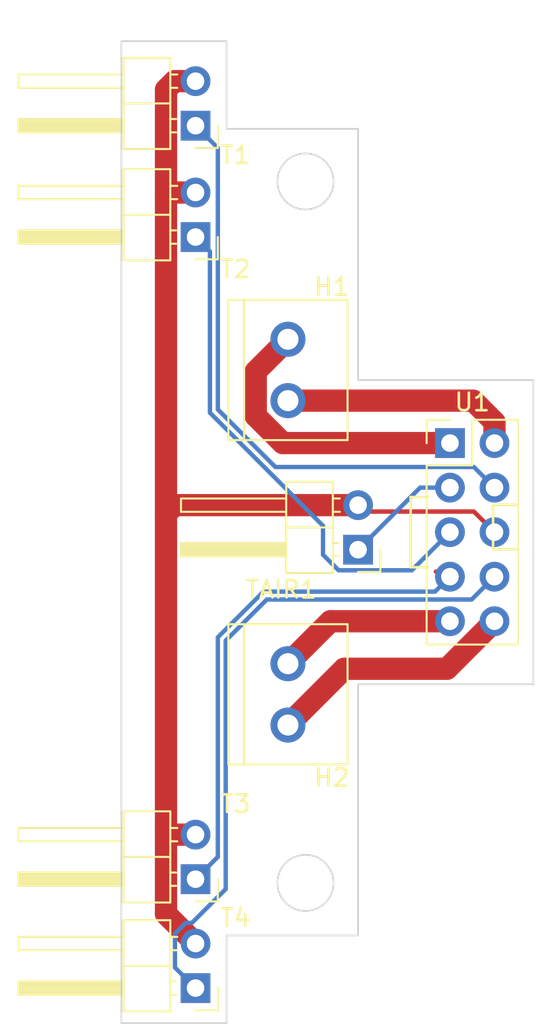
<source format=kicad_pcb>
(kicad_pcb (version 20171130) (host pcbnew "(5.1.6-0-10_14)")

  (general
    (thickness 1.6)
    (drawings 21)
    (tracks 58)
    (zones 0)
    (modules 8)
    (nets 11)
  )

  (page A4)
  (layers
    (0 F.Cu signal)
    (31 B.Cu signal)
    (32 B.Adhes user)
    (33 F.Adhes user)
    (34 B.Paste user)
    (35 F.Paste user)
    (36 B.SilkS user)
    (37 F.SilkS user)
    (38 B.Mask user)
    (39 F.Mask user)
    (40 Dwgs.User user)
    (41 Cmts.User user)
    (42 Eco1.User user)
    (43 Eco2.User user)
    (44 Edge.Cuts user)
    (45 Margin user)
    (46 B.CrtYd user)
    (47 F.CrtYd user)
    (48 B.Fab user)
    (49 F.Fab user)
  )

  (setup
    (last_trace_width 0.25)
    (user_trace_width 0.508)
    (user_trace_width 1.27)
    (trace_clearance 0.2)
    (zone_clearance 0.508)
    (zone_45_only no)
    (trace_min 0.2)
    (via_size 0.8)
    (via_drill 0.4)
    (via_min_size 0.4)
    (via_min_drill 0.3)
    (uvia_size 0.3)
    (uvia_drill 0.1)
    (uvias_allowed no)
    (uvia_min_size 0.2)
    (uvia_min_drill 0.1)
    (edge_width 0.1)
    (segment_width 0.2)
    (pcb_text_width 0.3)
    (pcb_text_size 1.5 1.5)
    (mod_edge_width 0.15)
    (mod_text_size 1 1)
    (mod_text_width 0.15)
    (pad_size 1.7 1.7)
    (pad_drill 1)
    (pad_to_mask_clearance 0)
    (aux_axis_origin 0 0)
    (visible_elements FFFFFF7F)
    (pcbplotparams
      (layerselection 0x010fc_ffffffff)
      (usegerberextensions true)
      (usegerberattributes false)
      (usegerberadvancedattributes true)
      (creategerberjobfile true)
      (excludeedgelayer true)
      (linewidth 0.100000)
      (plotframeref false)
      (viasonmask false)
      (mode 1)
      (useauxorigin false)
      (hpglpennumber 1)
      (hpglpenspeed 20)
      (hpglpendiameter 15.000000)
      (psnegative false)
      (psa4output false)
      (plotreference true)
      (plotvalue true)
      (plotinvisibletext false)
      (padsonsilk false)
      (subtractmaskfromsilk false)
      (outputformat 1)
      (mirror false)
      (drillshape 0)
      (scaleselection 1)
      (outputdirectory ""))
  )

  (net 0 "")
  (net 1 HEATER1B)
  (net 2 HEATER1A)
  (net 3 HEATER2A)
  (net 4 HEATER2B)
  (net 5 THERM_GND)
  (net 6 AIR)
  (net 7 THERM1)
  (net 8 THERM2)
  (net 9 THERM3)
  (net 10 THERM4)

  (net_class Default "This is the default net class."
    (clearance 0.2)
    (trace_width 0.25)
    (via_dia 0.8)
    (via_drill 0.4)
    (uvia_dia 0.3)
    (uvia_drill 0.1)
    (add_net AIR)
    (add_net HEATER1A)
    (add_net HEATER1B)
    (add_net HEATER2A)
    (add_net HEATER2B)
    (add_net THERM1)
    (add_net THERM2)
    (add_net THERM3)
    (add_net THERM4)
    (add_net THERM_GND)
  )

  (module Pin_Headers:Pin_Header_Angled_1x02_Pitch2.54mm (layer F.Cu) (tedit 59650532) (tstamp 5F2B81B9)
    (at 122.73 69.82 180)
    (descr "Through hole angled pin header, 1x02, 2.54mm pitch, 6mm pin length, single row")
    (tags "Through hole angled pin header THT 1x02 2.54mm single row")
    (path /5F2B7778)
    (fp_text reference T1 (at -2.27 -1.68) (layer F.SilkS)
      (effects (font (size 1 1) (thickness 0.15)))
    )
    (fp_text value Conn_01x02_Male (at 4.385 4.81) (layer F.Fab)
      (effects (font (size 1 1) (thickness 0.15)))
    )
    (fp_line (start 10.55 -1.8) (end -1.8 -1.8) (layer F.CrtYd) (width 0.05))
    (fp_line (start 10.55 4.35) (end 10.55 -1.8) (layer F.CrtYd) (width 0.05))
    (fp_line (start -1.8 4.35) (end 10.55 4.35) (layer F.CrtYd) (width 0.05))
    (fp_line (start -1.8 -1.8) (end -1.8 4.35) (layer F.CrtYd) (width 0.05))
    (fp_line (start -1.27 -1.27) (end 0 -1.27) (layer F.SilkS) (width 0.12))
    (fp_line (start -1.27 0) (end -1.27 -1.27) (layer F.SilkS) (width 0.12))
    (fp_line (start 1.042929 2.92) (end 1.44 2.92) (layer F.SilkS) (width 0.12))
    (fp_line (start 1.042929 2.16) (end 1.44 2.16) (layer F.SilkS) (width 0.12))
    (fp_line (start 10.1 2.92) (end 4.1 2.92) (layer F.SilkS) (width 0.12))
    (fp_line (start 10.1 2.16) (end 10.1 2.92) (layer F.SilkS) (width 0.12))
    (fp_line (start 4.1 2.16) (end 10.1 2.16) (layer F.SilkS) (width 0.12))
    (fp_line (start 1.44 1.27) (end 4.1 1.27) (layer F.SilkS) (width 0.12))
    (fp_line (start 1.11 0.38) (end 1.44 0.38) (layer F.SilkS) (width 0.12))
    (fp_line (start 1.11 -0.38) (end 1.44 -0.38) (layer F.SilkS) (width 0.12))
    (fp_line (start 4.1 0.28) (end 10.1 0.28) (layer F.SilkS) (width 0.12))
    (fp_line (start 4.1 0.16) (end 10.1 0.16) (layer F.SilkS) (width 0.12))
    (fp_line (start 4.1 0.04) (end 10.1 0.04) (layer F.SilkS) (width 0.12))
    (fp_line (start 4.1 -0.08) (end 10.1 -0.08) (layer F.SilkS) (width 0.12))
    (fp_line (start 4.1 -0.2) (end 10.1 -0.2) (layer F.SilkS) (width 0.12))
    (fp_line (start 4.1 -0.32) (end 10.1 -0.32) (layer F.SilkS) (width 0.12))
    (fp_line (start 10.1 0.38) (end 4.1 0.38) (layer F.SilkS) (width 0.12))
    (fp_line (start 10.1 -0.38) (end 10.1 0.38) (layer F.SilkS) (width 0.12))
    (fp_line (start 4.1 -0.38) (end 10.1 -0.38) (layer F.SilkS) (width 0.12))
    (fp_line (start 4.1 -1.33) (end 1.44 -1.33) (layer F.SilkS) (width 0.12))
    (fp_line (start 4.1 3.87) (end 4.1 -1.33) (layer F.SilkS) (width 0.12))
    (fp_line (start 1.44 3.87) (end 4.1 3.87) (layer F.SilkS) (width 0.12))
    (fp_line (start 1.44 -1.33) (end 1.44 3.87) (layer F.SilkS) (width 0.12))
    (fp_line (start 4.04 2.86) (end 10.04 2.86) (layer F.Fab) (width 0.1))
    (fp_line (start 10.04 2.22) (end 10.04 2.86) (layer F.Fab) (width 0.1))
    (fp_line (start 4.04 2.22) (end 10.04 2.22) (layer F.Fab) (width 0.1))
    (fp_line (start -0.32 2.86) (end 1.5 2.86) (layer F.Fab) (width 0.1))
    (fp_line (start -0.32 2.22) (end -0.32 2.86) (layer F.Fab) (width 0.1))
    (fp_line (start -0.32 2.22) (end 1.5 2.22) (layer F.Fab) (width 0.1))
    (fp_line (start 4.04 0.32) (end 10.04 0.32) (layer F.Fab) (width 0.1))
    (fp_line (start 10.04 -0.32) (end 10.04 0.32) (layer F.Fab) (width 0.1))
    (fp_line (start 4.04 -0.32) (end 10.04 -0.32) (layer F.Fab) (width 0.1))
    (fp_line (start -0.32 0.32) (end 1.5 0.32) (layer F.Fab) (width 0.1))
    (fp_line (start -0.32 -0.32) (end -0.32 0.32) (layer F.Fab) (width 0.1))
    (fp_line (start -0.32 -0.32) (end 1.5 -0.32) (layer F.Fab) (width 0.1))
    (fp_line (start 1.5 -0.635) (end 2.135 -1.27) (layer F.Fab) (width 0.1))
    (fp_line (start 1.5 3.81) (end 1.5 -0.635) (layer F.Fab) (width 0.1))
    (fp_line (start 4.04 3.81) (end 1.5 3.81) (layer F.Fab) (width 0.1))
    (fp_line (start 4.04 -1.27) (end 4.04 3.81) (layer F.Fab) (width 0.1))
    (fp_line (start 2.135 -1.27) (end 4.04 -1.27) (layer F.Fab) (width 0.1))
    (fp_text user %R (at 2.77 1.27 90) (layer F.Fab)
      (effects (font (size 1 1) (thickness 0.15)))
    )
    (pad 1 thru_hole rect (at 0 0 180) (size 1.7 1.7) (drill 1) (layers *.Cu *.Mask)
      (net 7 THERM1))
    (pad 2 thru_hole oval (at 0 2.54 180) (size 1.7 1.7) (drill 1) (layers *.Cu *.Mask)
      (net 5 THERM_GND))
    (model ${KISYS3DMOD}/Pin_Headers.3dshapes/Pin_Header_Angled_1x02_Pitch2.54mm.wrl
      (at (xyz 0 0 0))
      (scale (xyz 1 1 1))
      (rotate (xyz 0 0 0))
    )
    (model :kicad-packages3D:Connector_PinHeader_2.54mm.3dshapes/PinHeader_1x02_P2.54mm_Horizontal.step
      (at (xyz 0 0 0))
      (scale (xyz 1 1 1))
      (rotate (xyz 0 0 0))
    )
  )

  (module Pin_Headers:Pin_Header_Angled_1x02_Pitch2.54mm (layer F.Cu) (tedit 59650532) (tstamp 5F2B824F)
    (at 122.73 76.17 180)
    (descr "Through hole angled pin header, 1x02, 2.54mm pitch, 6mm pin length, single row")
    (tags "Through hole angled pin header THT 1x02 2.54mm single row")
    (path /5F2BA46F)
    (fp_text reference T2 (at -2.27 -1.83) (layer F.SilkS)
      (effects (font (size 1 1) (thickness 0.15)))
    )
    (fp_text value Conn_01x02_Male (at 4.385 4.81) (layer F.Fab)
      (effects (font (size 1 1) (thickness 0.15)))
    )
    (fp_line (start 2.135 -1.27) (end 4.04 -1.27) (layer F.Fab) (width 0.1))
    (fp_line (start 4.04 -1.27) (end 4.04 3.81) (layer F.Fab) (width 0.1))
    (fp_line (start 4.04 3.81) (end 1.5 3.81) (layer F.Fab) (width 0.1))
    (fp_line (start 1.5 3.81) (end 1.5 -0.635) (layer F.Fab) (width 0.1))
    (fp_line (start 1.5 -0.635) (end 2.135 -1.27) (layer F.Fab) (width 0.1))
    (fp_line (start -0.32 -0.32) (end 1.5 -0.32) (layer F.Fab) (width 0.1))
    (fp_line (start -0.32 -0.32) (end -0.32 0.32) (layer F.Fab) (width 0.1))
    (fp_line (start -0.32 0.32) (end 1.5 0.32) (layer F.Fab) (width 0.1))
    (fp_line (start 4.04 -0.32) (end 10.04 -0.32) (layer F.Fab) (width 0.1))
    (fp_line (start 10.04 -0.32) (end 10.04 0.32) (layer F.Fab) (width 0.1))
    (fp_line (start 4.04 0.32) (end 10.04 0.32) (layer F.Fab) (width 0.1))
    (fp_line (start -0.32 2.22) (end 1.5 2.22) (layer F.Fab) (width 0.1))
    (fp_line (start -0.32 2.22) (end -0.32 2.86) (layer F.Fab) (width 0.1))
    (fp_line (start -0.32 2.86) (end 1.5 2.86) (layer F.Fab) (width 0.1))
    (fp_line (start 4.04 2.22) (end 10.04 2.22) (layer F.Fab) (width 0.1))
    (fp_line (start 10.04 2.22) (end 10.04 2.86) (layer F.Fab) (width 0.1))
    (fp_line (start 4.04 2.86) (end 10.04 2.86) (layer F.Fab) (width 0.1))
    (fp_line (start 1.44 -1.33) (end 1.44 3.87) (layer F.SilkS) (width 0.12))
    (fp_line (start 1.44 3.87) (end 4.1 3.87) (layer F.SilkS) (width 0.12))
    (fp_line (start 4.1 3.87) (end 4.1 -1.33) (layer F.SilkS) (width 0.12))
    (fp_line (start 4.1 -1.33) (end 1.44 -1.33) (layer F.SilkS) (width 0.12))
    (fp_line (start 4.1 -0.38) (end 10.1 -0.38) (layer F.SilkS) (width 0.12))
    (fp_line (start 10.1 -0.38) (end 10.1 0.38) (layer F.SilkS) (width 0.12))
    (fp_line (start 10.1 0.38) (end 4.1 0.38) (layer F.SilkS) (width 0.12))
    (fp_line (start 4.1 -0.32) (end 10.1 -0.32) (layer F.SilkS) (width 0.12))
    (fp_line (start 4.1 -0.2) (end 10.1 -0.2) (layer F.SilkS) (width 0.12))
    (fp_line (start 4.1 -0.08) (end 10.1 -0.08) (layer F.SilkS) (width 0.12))
    (fp_line (start 4.1 0.04) (end 10.1 0.04) (layer F.SilkS) (width 0.12))
    (fp_line (start 4.1 0.16) (end 10.1 0.16) (layer F.SilkS) (width 0.12))
    (fp_line (start 4.1 0.28) (end 10.1 0.28) (layer F.SilkS) (width 0.12))
    (fp_line (start 1.11 -0.38) (end 1.44 -0.38) (layer F.SilkS) (width 0.12))
    (fp_line (start 1.11 0.38) (end 1.44 0.38) (layer F.SilkS) (width 0.12))
    (fp_line (start 1.44 1.27) (end 4.1 1.27) (layer F.SilkS) (width 0.12))
    (fp_line (start 4.1 2.16) (end 10.1 2.16) (layer F.SilkS) (width 0.12))
    (fp_line (start 10.1 2.16) (end 10.1 2.92) (layer F.SilkS) (width 0.12))
    (fp_line (start 10.1 2.92) (end 4.1 2.92) (layer F.SilkS) (width 0.12))
    (fp_line (start 1.042929 2.16) (end 1.44 2.16) (layer F.SilkS) (width 0.12))
    (fp_line (start 1.042929 2.92) (end 1.44 2.92) (layer F.SilkS) (width 0.12))
    (fp_line (start -1.27 0) (end -1.27 -1.27) (layer F.SilkS) (width 0.12))
    (fp_line (start -1.27 -1.27) (end 0 -1.27) (layer F.SilkS) (width 0.12))
    (fp_line (start -1.8 -1.8) (end -1.8 4.35) (layer F.CrtYd) (width 0.05))
    (fp_line (start -1.8 4.35) (end 10.55 4.35) (layer F.CrtYd) (width 0.05))
    (fp_line (start 10.55 4.35) (end 10.55 -1.8) (layer F.CrtYd) (width 0.05))
    (fp_line (start 10.55 -1.8) (end -1.8 -1.8) (layer F.CrtYd) (width 0.05))
    (fp_text user %R (at 2.77 1.27 90) (layer F.Fab)
      (effects (font (size 1 1) (thickness 0.15)))
    )
    (pad 2 thru_hole oval (at 0 2.54 180) (size 1.7 1.7) (drill 1) (layers *.Cu *.Mask)
      (net 5 THERM_GND))
    (pad 1 thru_hole rect (at 0 0 180) (size 1.7 1.7) (drill 1) (layers *.Cu *.Mask)
      (net 8 THERM2))
    (model ${KISYS3DMOD}/Pin_Headers.3dshapes/Pin_Header_Angled_1x02_Pitch2.54mm.wrl
      (at (xyz 0 0 0))
      (scale (xyz 1 1 1))
      (rotate (xyz 0 0 0))
    )
    (model :kicad-packages3D:Connector_PinHeader_2.54mm.3dshapes/PinHeader_1x02_P2.54mm_Horizontal.step
      (at (xyz 0 0 0))
      (scale (xyz 1 1 1))
      (rotate (xyz 0 0 0))
    )
  )

  (module Pin_Headers:Pin_Header_Angled_1x02_Pitch2.54mm (layer F.Cu) (tedit 59650532) (tstamp 5F2B82E5)
    (at 122.73 112.79 180)
    (descr "Through hole angled pin header, 1x02, 2.54mm pitch, 6mm pin length, single row")
    (tags "Through hole angled pin header THT 1x02 2.54mm single row")
    (path /5F2BA479)
    (fp_text reference T3 (at -2.27 4.29) (layer F.SilkS)
      (effects (font (size 1 1) (thickness 0.15)))
    )
    (fp_text value Conn_01x02_Male (at 4.385 4.81) (layer F.Fab)
      (effects (font (size 1 1) (thickness 0.15)))
    )
    (fp_line (start 10.55 -1.8) (end -1.8 -1.8) (layer F.CrtYd) (width 0.05))
    (fp_line (start 10.55 4.35) (end 10.55 -1.8) (layer F.CrtYd) (width 0.05))
    (fp_line (start -1.8 4.35) (end 10.55 4.35) (layer F.CrtYd) (width 0.05))
    (fp_line (start -1.8 -1.8) (end -1.8 4.35) (layer F.CrtYd) (width 0.05))
    (fp_line (start -1.27 -1.27) (end 0 -1.27) (layer F.SilkS) (width 0.12))
    (fp_line (start -1.27 0) (end -1.27 -1.27) (layer F.SilkS) (width 0.12))
    (fp_line (start 1.042929 2.92) (end 1.44 2.92) (layer F.SilkS) (width 0.12))
    (fp_line (start 1.042929 2.16) (end 1.44 2.16) (layer F.SilkS) (width 0.12))
    (fp_line (start 10.1 2.92) (end 4.1 2.92) (layer F.SilkS) (width 0.12))
    (fp_line (start 10.1 2.16) (end 10.1 2.92) (layer F.SilkS) (width 0.12))
    (fp_line (start 4.1 2.16) (end 10.1 2.16) (layer F.SilkS) (width 0.12))
    (fp_line (start 1.44 1.27) (end 4.1 1.27) (layer F.SilkS) (width 0.12))
    (fp_line (start 1.11 0.38) (end 1.44 0.38) (layer F.SilkS) (width 0.12))
    (fp_line (start 1.11 -0.38) (end 1.44 -0.38) (layer F.SilkS) (width 0.12))
    (fp_line (start 4.1 0.28) (end 10.1 0.28) (layer F.SilkS) (width 0.12))
    (fp_line (start 4.1 0.16) (end 10.1 0.16) (layer F.SilkS) (width 0.12))
    (fp_line (start 4.1 0.04) (end 10.1 0.04) (layer F.SilkS) (width 0.12))
    (fp_line (start 4.1 -0.08) (end 10.1 -0.08) (layer F.SilkS) (width 0.12))
    (fp_line (start 4.1 -0.2) (end 10.1 -0.2) (layer F.SilkS) (width 0.12))
    (fp_line (start 4.1 -0.32) (end 10.1 -0.32) (layer F.SilkS) (width 0.12))
    (fp_line (start 10.1 0.38) (end 4.1 0.38) (layer F.SilkS) (width 0.12))
    (fp_line (start 10.1 -0.38) (end 10.1 0.38) (layer F.SilkS) (width 0.12))
    (fp_line (start 4.1 -0.38) (end 10.1 -0.38) (layer F.SilkS) (width 0.12))
    (fp_line (start 4.1 -1.33) (end 1.44 -1.33) (layer F.SilkS) (width 0.12))
    (fp_line (start 4.1 3.87) (end 4.1 -1.33) (layer F.SilkS) (width 0.12))
    (fp_line (start 1.44 3.87) (end 4.1 3.87) (layer F.SilkS) (width 0.12))
    (fp_line (start 1.44 -1.33) (end 1.44 3.87) (layer F.SilkS) (width 0.12))
    (fp_line (start 4.04 2.86) (end 10.04 2.86) (layer F.Fab) (width 0.1))
    (fp_line (start 10.04 2.22) (end 10.04 2.86) (layer F.Fab) (width 0.1))
    (fp_line (start 4.04 2.22) (end 10.04 2.22) (layer F.Fab) (width 0.1))
    (fp_line (start -0.32 2.86) (end 1.5 2.86) (layer F.Fab) (width 0.1))
    (fp_line (start -0.32 2.22) (end -0.32 2.86) (layer F.Fab) (width 0.1))
    (fp_line (start -0.32 2.22) (end 1.5 2.22) (layer F.Fab) (width 0.1))
    (fp_line (start 4.04 0.32) (end 10.04 0.32) (layer F.Fab) (width 0.1))
    (fp_line (start 10.04 -0.32) (end 10.04 0.32) (layer F.Fab) (width 0.1))
    (fp_line (start 4.04 -0.32) (end 10.04 -0.32) (layer F.Fab) (width 0.1))
    (fp_line (start -0.32 0.32) (end 1.5 0.32) (layer F.Fab) (width 0.1))
    (fp_line (start -0.32 -0.32) (end -0.32 0.32) (layer F.Fab) (width 0.1))
    (fp_line (start -0.32 -0.32) (end 1.5 -0.32) (layer F.Fab) (width 0.1))
    (fp_line (start 1.5 -0.635) (end 2.135 -1.27) (layer F.Fab) (width 0.1))
    (fp_line (start 1.5 3.81) (end 1.5 -0.635) (layer F.Fab) (width 0.1))
    (fp_line (start 4.04 3.81) (end 1.5 3.81) (layer F.Fab) (width 0.1))
    (fp_line (start 4.04 -1.27) (end 4.04 3.81) (layer F.Fab) (width 0.1))
    (fp_line (start 2.135 -1.27) (end 4.04 -1.27) (layer F.Fab) (width 0.1))
    (fp_text user %R (at 2.77 1.27 90) (layer F.Fab)
      (effects (font (size 1 1) (thickness 0.15)))
    )
    (pad 1 thru_hole rect (at 0 0 180) (size 1.7 1.7) (drill 1) (layers *.Cu *.Mask)
      (net 9 THERM3))
    (pad 2 thru_hole oval (at 0 2.54 180) (size 1.7 1.7) (drill 1) (layers *.Cu *.Mask)
      (net 5 THERM_GND))
    (model ${KISYS3DMOD}/Pin_Headers.3dshapes/Pin_Header_Angled_1x02_Pitch2.54mm.wrl
      (at (xyz 0 0 0))
      (scale (xyz 1 1 1))
      (rotate (xyz 0 0 0))
    )
    (model :kicad-packages3D:Connector_PinHeader_2.54mm.3dshapes/PinHeader_1x02_P2.54mm_Horizontal.step
      (at (xyz 0 0 0))
      (scale (xyz 1 1 1))
      (rotate (xyz 0 0 0))
    )
  )

  (module Pin_Headers:Pin_Header_Angled_1x02_Pitch2.54mm (layer F.Cu) (tedit 59650532) (tstamp 5F2CB3DF)
    (at 122.73 119 180)
    (descr "Through hole angled pin header, 1x02, 2.54mm pitch, 6mm pin length, single row")
    (tags "Through hole angled pin header THT 1x02 2.54mm single row")
    (path /5F2BC0F4)
    (fp_text reference T4 (at -2.27 4) (layer F.SilkS)
      (effects (font (size 1 1) (thickness 0.15)))
    )
    (fp_text value Conn_01x02_Male (at 4.385 4.81) (layer F.Fab)
      (effects (font (size 1 1) (thickness 0.15)))
    )
    (fp_line (start 2.135 -1.27) (end 4.04 -1.27) (layer F.Fab) (width 0.1))
    (fp_line (start 4.04 -1.27) (end 4.04 3.81) (layer F.Fab) (width 0.1))
    (fp_line (start 4.04 3.81) (end 1.5 3.81) (layer F.Fab) (width 0.1))
    (fp_line (start 1.5 3.81) (end 1.5 -0.635) (layer F.Fab) (width 0.1))
    (fp_line (start 1.5 -0.635) (end 2.135 -1.27) (layer F.Fab) (width 0.1))
    (fp_line (start -0.32 -0.32) (end 1.5 -0.32) (layer F.Fab) (width 0.1))
    (fp_line (start -0.32 -0.32) (end -0.32 0.32) (layer F.Fab) (width 0.1))
    (fp_line (start -0.32 0.32) (end 1.5 0.32) (layer F.Fab) (width 0.1))
    (fp_line (start 4.04 -0.32) (end 10.04 -0.32) (layer F.Fab) (width 0.1))
    (fp_line (start 10.04 -0.32) (end 10.04 0.32) (layer F.Fab) (width 0.1))
    (fp_line (start 4.04 0.32) (end 10.04 0.32) (layer F.Fab) (width 0.1))
    (fp_line (start -0.32 2.22) (end 1.5 2.22) (layer F.Fab) (width 0.1))
    (fp_line (start -0.32 2.22) (end -0.32 2.86) (layer F.Fab) (width 0.1))
    (fp_line (start -0.32 2.86) (end 1.5 2.86) (layer F.Fab) (width 0.1))
    (fp_line (start 4.04 2.22) (end 10.04 2.22) (layer F.Fab) (width 0.1))
    (fp_line (start 10.04 2.22) (end 10.04 2.86) (layer F.Fab) (width 0.1))
    (fp_line (start 4.04 2.86) (end 10.04 2.86) (layer F.Fab) (width 0.1))
    (fp_line (start 1.44 -1.33) (end 1.44 3.87) (layer F.SilkS) (width 0.12))
    (fp_line (start 1.44 3.87) (end 4.1 3.87) (layer F.SilkS) (width 0.12))
    (fp_line (start 4.1 3.87) (end 4.1 -1.33) (layer F.SilkS) (width 0.12))
    (fp_line (start 4.1 -1.33) (end 1.44 -1.33) (layer F.SilkS) (width 0.12))
    (fp_line (start 4.1 -0.38) (end 10.1 -0.38) (layer F.SilkS) (width 0.12))
    (fp_line (start 10.1 -0.38) (end 10.1 0.38) (layer F.SilkS) (width 0.12))
    (fp_line (start 10.1 0.38) (end 4.1 0.38) (layer F.SilkS) (width 0.12))
    (fp_line (start 4.1 -0.32) (end 10.1 -0.32) (layer F.SilkS) (width 0.12))
    (fp_line (start 4.1 -0.2) (end 10.1 -0.2) (layer F.SilkS) (width 0.12))
    (fp_line (start 4.1 -0.08) (end 10.1 -0.08) (layer F.SilkS) (width 0.12))
    (fp_line (start 4.1 0.04) (end 10.1 0.04) (layer F.SilkS) (width 0.12))
    (fp_line (start 4.1 0.16) (end 10.1 0.16) (layer F.SilkS) (width 0.12))
    (fp_line (start 4.1 0.28) (end 10.1 0.28) (layer F.SilkS) (width 0.12))
    (fp_line (start 1.11 -0.38) (end 1.44 -0.38) (layer F.SilkS) (width 0.12))
    (fp_line (start 1.11 0.38) (end 1.44 0.38) (layer F.SilkS) (width 0.12))
    (fp_line (start 1.44 1.27) (end 4.1 1.27) (layer F.SilkS) (width 0.12))
    (fp_line (start 4.1 2.16) (end 10.1 2.16) (layer F.SilkS) (width 0.12))
    (fp_line (start 10.1 2.16) (end 10.1 2.92) (layer F.SilkS) (width 0.12))
    (fp_line (start 10.1 2.92) (end 4.1 2.92) (layer F.SilkS) (width 0.12))
    (fp_line (start 1.042929 2.16) (end 1.44 2.16) (layer F.SilkS) (width 0.12))
    (fp_line (start 1.042929 2.92) (end 1.44 2.92) (layer F.SilkS) (width 0.12))
    (fp_line (start -1.27 0) (end -1.27 -1.27) (layer F.SilkS) (width 0.12))
    (fp_line (start -1.27 -1.27) (end 0 -1.27) (layer F.SilkS) (width 0.12))
    (fp_line (start -1.8 -1.8) (end -1.8 4.35) (layer F.CrtYd) (width 0.05))
    (fp_line (start -1.8 4.35) (end 10.55 4.35) (layer F.CrtYd) (width 0.05))
    (fp_line (start 10.55 4.35) (end 10.55 -1.8) (layer F.CrtYd) (width 0.05))
    (fp_line (start 10.55 -1.8) (end -1.8 -1.8) (layer F.CrtYd) (width 0.05))
    (fp_text user %R (at 2.77 1.27 90) (layer F.Fab)
      (effects (font (size 1 1) (thickness 0.15)))
    )
    (pad 2 thru_hole oval (at 0 2.54 180) (size 1.7 1.7) (drill 1) (layers *.Cu *.Mask)
      (net 5 THERM_GND))
    (pad 1 thru_hole rect (at 0 0 180) (size 1.7 1.7) (drill 1) (layers *.Cu *.Mask)
      (net 10 THERM4))
    (model ${KISYS3DMOD}/Pin_Headers.3dshapes/Pin_Header_Angled_1x02_Pitch2.54mm.wrl
      (at (xyz 0 0 0))
      (scale (xyz 1 1 1))
      (rotate (xyz 0 0 0))
    )
    (model :kicad-packages3D:Connector_PinHeader_2.54mm.3dshapes/PinHeader_1x02_P2.54mm_Horizontal.step
      (at (xyz 0 0 0))
      (scale (xyz 1 1 1))
      (rotate (xyz 0 0 0))
    )
  )

  (module Pin_Headers:Pin_Header_Straight_2x05_Pitch2.54mm (layer F.Cu) (tedit 5F2B71C0) (tstamp 5F2B5BE4)
    (at 137.24 87.92)
    (descr "Through hole straight pin header, 2x05, 2.54mm pitch, double rows")
    (tags "Through hole pin header THT 2x05 2.54mm double row")
    (path /5F2BEF9C)
    (fp_text reference U1 (at 1.27 -2.33) (layer F.SilkS)
      (effects (font (size 1 1) (thickness 0.15)))
    )
    (fp_text value Conn_02x05 (at 1.27 12.49) (layer F.Fab)
      (effects (font (size 1 1) (thickness 0.15)))
    )
    (fp_line (start 0 -1.27) (end 3.81 -1.27) (layer F.Fab) (width 0.1))
    (fp_line (start 3.81 -1.27) (end 3.81 11.43) (layer F.Fab) (width 0.1))
    (fp_line (start 3.81 11.43) (end -1.27 11.43) (layer F.Fab) (width 0.1))
    (fp_line (start -1.27 11.43) (end -1.27 0) (layer F.Fab) (width 0.1))
    (fp_line (start -1.27 0) (end 0 -1.27) (layer F.Fab) (width 0.1))
    (fp_line (start -1.33 11.49) (end 3.87 11.49) (layer F.SilkS) (width 0.12))
    (fp_line (start -1.33 1.27) (end -1.33 11.49) (layer F.SilkS) (width 0.12))
    (fp_line (start 3.87 -1.33) (end 3.87 11.49) (layer F.SilkS) (width 0.12))
    (fp_line (start -1.33 1.27) (end 1.27 1.27) (layer F.SilkS) (width 0.12))
    (fp_line (start 1.27 1.27) (end 1.27 -1.33) (layer F.SilkS) (width 0.12))
    (fp_line (start 1.27 -1.33) (end 3.87 -1.33) (layer F.SilkS) (width 0.12))
    (fp_line (start -1.33 0) (end -1.33 -1.33) (layer F.SilkS) (width 0.12))
    (fp_line (start -1.33 -1.33) (end 0 -1.33) (layer F.SilkS) (width 0.12))
    (fp_line (start -1.8 -1.8) (end -1.8 11.95) (layer F.CrtYd) (width 0.05))
    (fp_line (start -1.8 11.95) (end 4.35 11.95) (layer F.CrtYd) (width 0.05))
    (fp_line (start 4.35 11.95) (end 4.35 -1.8) (layer F.CrtYd) (width 0.05))
    (fp_line (start 4.35 -1.8) (end -1.8 -1.8) (layer F.CrtYd) (width 0.05))
    (fp_text user %R (at 1.27 5.08 90) (layer F.Fab)
      (effects (font (size 1 1) (thickness 0.15)))
    )
    (pad 10 thru_hole oval (at 2.54 10.16) (size 1.7 1.7) (drill 1) (layers *.Cu *.Mask)
      (net 4 HEATER2B))
    (pad 9 thru_hole oval (at 0 10.16) (size 1.7 1.7) (drill 1) (layers *.Cu *.Mask)
      (net 3 HEATER2A))
    (pad 8 thru_hole oval (at 2.54 7.62) (size 1.7 1.7) (drill 1) (layers *.Cu *.Mask)
      (net 10 THERM4))
    (pad 7 thru_hole oval (at 0 7.62) (size 1.7 1.7) (drill 1) (layers *.Cu *.Mask)
      (net 9 THERM3))
    (pad 6 thru_hole oval (at 2.54 5.08) (size 1.7 1.7) (drill 1) (layers *.Cu *.Mask)
      (net 5 THERM_GND))
    (pad 5 thru_hole oval (at 0 5.08) (size 1.7 1.7) (drill 1) (layers *.Cu *.Mask)
      (net 8 THERM2))
    (pad 4 thru_hole oval (at 2.54 2.54) (size 1.7 1.7) (drill 1) (layers *.Cu *.Mask)
      (net 7 THERM1))
    (pad 3 thru_hole oval (at 0 2.54) (size 1.7 1.7) (drill 1) (layers *.Cu *.Mask)
      (net 6 AIR))
    (pad 2 thru_hole oval (at 2.54 0) (size 1.7 1.7) (drill 1) (layers *.Cu *.Mask)
      (net 1 HEATER1B))
    (pad 1 thru_hole rect (at 0 0) (size 1.7 1.7) (drill 1) (layers *.Cu *.Mask)
      (net 2 HEATER1A))
    (model ${KISYS3DMOD}/Pin_Headers.3dshapes/Pin_Header_Straight_2x05_Pitch2.54mm.wrl
      (at (xyz 0 0 0))
      (scale (xyz 1 1 1))
      (rotate (xyz 0 0 0))
    )
    (model :kicad-packages3D:Connector_PinHeader_2.54mm.3dshapes/PinHeader_2x05_P2.54mm_Horizontal.step
      (at (xyz 0 0 0))
      (scale (xyz 1 1 1))
      (rotate (xyz 0 0 0))
    )
  )

  (module Ninja-qPCR:TB_SeeedOPL_320110028 (layer F.Cu) (tedit 5F05691F) (tstamp 5F2CECAC)
    (at 128 82 270)
    (path /5F2B5266)
    (fp_text reference H1 (at -3 -2.5 180) (layer F.SilkS)
      (effects (font (size 1 1) (thickness 0.15)))
    )
    (fp_text value Screw_Terminal_01x02 (at 2 6 90) (layer F.Fab)
      (effects (font (size 1 1) (thickness 0.15)))
    )
    (fp_line (start 5.75 2.5) (end -2.25 2.5) (layer F.SilkS) (width 0.12))
    (fp_line (start -2.25 3.4) (end -2.25 -3.4) (layer F.SilkS) (width 0.12))
    (fp_line (start 5.75 3.4) (end -2.25 3.4) (layer F.SilkS) (width 0.12))
    (fp_line (start 5.75 -3.4) (end 5.75 3.4) (layer F.SilkS) (width 0.12))
    (fp_line (start -2.25 -3.4) (end 5.75 -3.4) (layer F.SilkS) (width 0.12))
    (pad 1 thru_hole circle (at 0 0 270) (size 2 2) (drill 1.2) (layers *.Cu *.Mask)
      (net 2 HEATER1A))
    (pad 2 thru_hole circle (at 3.5 0 270) (size 2 2) (drill 1.2) (layers *.Cu *.Mask)
      (net 1 HEATER1B))
    (model ":desktop:TerminalBlock_SeeedOPL320110028 v2.step"
      (at (xyz 0 0 0))
      (scale (xyz 1 1 1))
      (rotate (xyz 0 0 0))
    )
  )

  (module Ninja-qPCR:TB_SeeedOPL_320110028 (layer F.Cu) (tedit 5F05691F) (tstamp 5F2B8F5B)
    (at 128 100.5 270)
    (path /5F2B5A56)
    (fp_text reference H2 (at 6.5 -2.5 180) (layer F.SilkS)
      (effects (font (size 1 1) (thickness 0.15)))
    )
    (fp_text value Screw_Terminal_01x02 (at 2 6 90) (layer F.Fab)
      (effects (font (size 1 1) (thickness 0.15)))
    )
    (fp_line (start -2.25 -3.4) (end 5.75 -3.4) (layer F.SilkS) (width 0.12))
    (fp_line (start 5.75 -3.4) (end 5.75 3.4) (layer F.SilkS) (width 0.12))
    (fp_line (start 5.75 3.4) (end -2.25 3.4) (layer F.SilkS) (width 0.12))
    (fp_line (start -2.25 3.4) (end -2.25 -3.4) (layer F.SilkS) (width 0.12))
    (fp_line (start 5.75 2.5) (end -2.25 2.5) (layer F.SilkS) (width 0.12))
    (pad 2 thru_hole circle (at 3.5 0 270) (size 2 2) (drill 1.2) (layers *.Cu *.Mask)
      (net 4 HEATER2B))
    (pad 1 thru_hole circle (at 0 0 270) (size 2 2) (drill 1.2) (layers *.Cu *.Mask)
      (net 3 HEATER2A))
    (model ":desktop:TerminalBlock_SeeedOPL320110028 v2.step"
      (at (xyz 0 0 0))
      (scale (xyz 1 1 1))
      (rotate (xyz 0 0 0))
    )
  )

  (module Pin_Headers:Pin_Header_Angled_1x02_Pitch2.54mm (layer F.Cu) (tedit 59650532) (tstamp 5F2B8F65)
    (at 132 94 180)
    (descr "Through hole angled pin header, 1x02, 2.54mm pitch, 6mm pin length, single row")
    (tags "Through hole angled pin header THT 1x02 2.54mm single row")
    (path /5F2B6313)
    (fp_text reference TAIR1 (at 4.385 -2.27) (layer F.SilkS)
      (effects (font (size 1 1) (thickness 0.15)))
    )
    (fp_text value Conn_01x02_Male (at 4.385 4.81) (layer F.Fab)
      (effects (font (size 1 1) (thickness 0.15)))
    )
    (fp_line (start 2.135 -1.27) (end 4.04 -1.27) (layer F.Fab) (width 0.1))
    (fp_line (start 4.04 -1.27) (end 4.04 3.81) (layer F.Fab) (width 0.1))
    (fp_line (start 4.04 3.81) (end 1.5 3.81) (layer F.Fab) (width 0.1))
    (fp_line (start 1.5 3.81) (end 1.5 -0.635) (layer F.Fab) (width 0.1))
    (fp_line (start 1.5 -0.635) (end 2.135 -1.27) (layer F.Fab) (width 0.1))
    (fp_line (start -0.32 -0.32) (end 1.5 -0.32) (layer F.Fab) (width 0.1))
    (fp_line (start -0.32 -0.32) (end -0.32 0.32) (layer F.Fab) (width 0.1))
    (fp_line (start -0.32 0.32) (end 1.5 0.32) (layer F.Fab) (width 0.1))
    (fp_line (start 4.04 -0.32) (end 10.04 -0.32) (layer F.Fab) (width 0.1))
    (fp_line (start 10.04 -0.32) (end 10.04 0.32) (layer F.Fab) (width 0.1))
    (fp_line (start 4.04 0.32) (end 10.04 0.32) (layer F.Fab) (width 0.1))
    (fp_line (start -0.32 2.22) (end 1.5 2.22) (layer F.Fab) (width 0.1))
    (fp_line (start -0.32 2.22) (end -0.32 2.86) (layer F.Fab) (width 0.1))
    (fp_line (start -0.32 2.86) (end 1.5 2.86) (layer F.Fab) (width 0.1))
    (fp_line (start 4.04 2.22) (end 10.04 2.22) (layer F.Fab) (width 0.1))
    (fp_line (start 10.04 2.22) (end 10.04 2.86) (layer F.Fab) (width 0.1))
    (fp_line (start 4.04 2.86) (end 10.04 2.86) (layer F.Fab) (width 0.1))
    (fp_line (start 1.44 -1.33) (end 1.44 3.87) (layer F.SilkS) (width 0.12))
    (fp_line (start 1.44 3.87) (end 4.1 3.87) (layer F.SilkS) (width 0.12))
    (fp_line (start 4.1 3.87) (end 4.1 -1.33) (layer F.SilkS) (width 0.12))
    (fp_line (start 4.1 -1.33) (end 1.44 -1.33) (layer F.SilkS) (width 0.12))
    (fp_line (start 4.1 -0.38) (end 10.1 -0.38) (layer F.SilkS) (width 0.12))
    (fp_line (start 10.1 -0.38) (end 10.1 0.38) (layer F.SilkS) (width 0.12))
    (fp_line (start 10.1 0.38) (end 4.1 0.38) (layer F.SilkS) (width 0.12))
    (fp_line (start 4.1 -0.32) (end 10.1 -0.32) (layer F.SilkS) (width 0.12))
    (fp_line (start 4.1 -0.2) (end 10.1 -0.2) (layer F.SilkS) (width 0.12))
    (fp_line (start 4.1 -0.08) (end 10.1 -0.08) (layer F.SilkS) (width 0.12))
    (fp_line (start 4.1 0.04) (end 10.1 0.04) (layer F.SilkS) (width 0.12))
    (fp_line (start 4.1 0.16) (end 10.1 0.16) (layer F.SilkS) (width 0.12))
    (fp_line (start 4.1 0.28) (end 10.1 0.28) (layer F.SilkS) (width 0.12))
    (fp_line (start 1.11 -0.38) (end 1.44 -0.38) (layer F.SilkS) (width 0.12))
    (fp_line (start 1.11 0.38) (end 1.44 0.38) (layer F.SilkS) (width 0.12))
    (fp_line (start 1.44 1.27) (end 4.1 1.27) (layer F.SilkS) (width 0.12))
    (fp_line (start 4.1 2.16) (end 10.1 2.16) (layer F.SilkS) (width 0.12))
    (fp_line (start 10.1 2.16) (end 10.1 2.92) (layer F.SilkS) (width 0.12))
    (fp_line (start 10.1 2.92) (end 4.1 2.92) (layer F.SilkS) (width 0.12))
    (fp_line (start 1.042929 2.16) (end 1.44 2.16) (layer F.SilkS) (width 0.12))
    (fp_line (start 1.042929 2.92) (end 1.44 2.92) (layer F.SilkS) (width 0.12))
    (fp_line (start -1.27 0) (end -1.27 -1.27) (layer F.SilkS) (width 0.12))
    (fp_line (start -1.27 -1.27) (end 0 -1.27) (layer F.SilkS) (width 0.12))
    (fp_line (start -1.8 -1.8) (end -1.8 4.35) (layer F.CrtYd) (width 0.05))
    (fp_line (start -1.8 4.35) (end 10.55 4.35) (layer F.CrtYd) (width 0.05))
    (fp_line (start 10.55 4.35) (end 10.55 -1.8) (layer F.CrtYd) (width 0.05))
    (fp_line (start 10.55 -1.8) (end -1.8 -1.8) (layer F.CrtYd) (width 0.05))
    (fp_text user %R (at 2.77 1.27 90) (layer F.Fab)
      (effects (font (size 1 1) (thickness 0.15)))
    )
    (pad 2 thru_hole oval (at 0 2.54 180) (size 1.7 1.7) (drill 1) (layers *.Cu *.Mask)
      (net 5 THERM_GND))
    (pad 1 thru_hole rect (at 0 0 180) (size 1.7 1.7) (drill 1) (layers *.Cu *.Mask)
      (net 6 AIR))
    (model ${KISYS3DMOD}/Pin_Headers.3dshapes/Pin_Header_Angled_1x02_Pitch2.54mm.wrl
      (at (xyz 0 0 0))
      (scale (xyz 1 1 1))
      (rotate (xyz 0 0 0))
    )
    (model :kicad-packages3D:Connector_PinHeader_2.54mm.3dshapes/PinHeader_1x02_P2.54mm_Horizontal.step
      (at (xyz 0 0 0))
      (scale (xyz 1 1 1))
      (rotate (xyz 0 0 0))
    )
  )

  (gr_text 23.5x56mm (at 122.5 63.5) (layer Dwgs.User)
    (effects (font (size 1 1) (thickness 0.15)))
  )
  (gr_line (start 135 95) (end 136 95) (layer F.SilkS) (width 0.15))
  (gr_line (start 135 91) (end 135 95) (layer F.SilkS) (width 0.15))
  (gr_line (start 136 91) (end 135 91) (layer F.SilkS) (width 0.15))
  (gr_line (start 124.5 116) (end 124.5 121) (layer Edge.Cuts) (width 0.1))
  (gr_line (start 132 116) (end 124.5 116) (layer Edge.Cuts) (width 0.1))
  (gr_line (start 124.5 70) (end 124.5 65) (layer Edge.Cuts) (width 0.1) (tstamp 5F2CB6C3))
  (gr_line (start 132 70) (end 124.5 70) (layer Edge.Cuts) (width 0.1))
  (gr_line (start 124.5 121) (end 118.5 121) (layer Edge.Cuts) (width 0.1) (tstamp 5F2CB1AE))
  (gr_line (start 124.5 65) (end 118.5 65) (layer Edge.Cuts) (width 0.1) (tstamp 5F2CB1A9))
  (gr_line (start 118.5 65) (end 118.5 121) (layer Edge.Cuts) (width 0.1))
  (gr_line (start 132 101.675) (end 142 101.675) (layer Edge.Cuts) (width 0.1))
  (gr_line (start 132 116) (end 132 101.675) (layer Edge.Cuts) (width 0.1))
  (gr_line (start 132 84.325) (end 142 84.325) (layer Edge.Cuts) (width 0.1))
  (gr_line (start 132 70) (end 132 84.325) (layer Edge.Cuts) (width 0.1))
  (gr_circle (center 129 113) (end 130.6 113) (layer Edge.Cuts) (width 0.1) (tstamp 5F2B817C))
  (gr_circle (center 129 73) (end 130.6 73) (layer Edge.Cuts) (width 0.1) (tstamp 5F2CB446))
  (gr_line (start 142 84.325) (end 142 101.675) (layer Edge.Cuts) (width 0.1))
  (gr_line (start 139.7 93.98) (end 140.97 93.98) (layer F.SilkS) (width 0.15))
  (gr_line (start 139.7 91.44) (end 139.7 93.98) (layer F.SilkS) (width 0.15))
  (gr_line (start 140.97 91.44) (end 139.7 91.44) (layer F.SilkS) (width 0.15))

  (segment (start 139.78 86.717919) (end 139.78 87.92) (width 1.27) (layer F.Cu) (net 1))
  (segment (start 138.562081 85.5) (end 139.78 86.717919) (width 1.27) (layer F.Cu) (net 1))
  (segment (start 128 85.5) (end 138.562081 85.5) (width 1.27) (layer F.Cu) (net 1))
  (segment (start 127.704198 87.92) (end 137.24 87.92) (width 1.27) (layer F.Cu) (net 2))
  (segment (start 126.164999 86.380801) (end 127.704198 87.92) (width 1.27) (layer F.Cu) (net 2))
  (segment (start 126.164999 83.835001) (end 126.164999 86.380801) (width 1.27) (layer F.Cu) (net 2))
  (segment (start 128 82) (end 126.164999 83.835001) (width 1.27) (layer F.Cu) (net 2))
  (segment (start 130.42 98.08) (end 137.24 98.08) (width 1.27) (layer F.Cu) (net 3))
  (segment (start 128 100.5) (end 130.42 98.08) (width 1.27) (layer F.Cu) (net 3))
  (segment (start 131.21001 100.78999) (end 137.07001 100.78999) (width 1.27) (layer F.Cu) (net 4))
  (segment (start 137.07001 100.78999) (end 139.78 98.08) (width 1.27) (layer F.Cu) (net 4))
  (segment (start 128 104) (end 131.21001 100.78999) (width 1.27) (layer F.Cu) (net 4))
  (segment (start 121.044999 114.774999) (end 122.73 116.46) (width 1.27) (layer F.Cu) (net 5))
  (segment (start 121.25 110.25) (end 121.044999 110.044999) (width 1.27) (layer F.Cu) (net 5))
  (segment (start 122.73 110.25) (end 121.25 110.25) (width 1.27) (layer F.Cu) (net 5))
  (segment (start 121.044999 110.044999) (end 121.044999 114.774999) (width 1.27) (layer F.Cu) (net 5))
  (segment (start 121.527919 67.28) (end 121.044999 67.76292) (width 1.27) (layer F.Cu) (net 5))
  (segment (start 122.73 67.28) (end 121.527919 67.28) (width 1.27) (layer F.Cu) (net 5))
  (segment (start 121.37 73.63) (end 121.044999 73.955001) (width 1.27) (layer F.Cu) (net 5))
  (segment (start 122.73 73.63) (end 121.37 73.63) (width 1.27) (layer F.Cu) (net 5))
  (segment (start 121.044999 67.76292) (end 121.044999 73.955001) (width 1.27) (layer F.Cu) (net 5))
  (segment (start 121.54 91.46) (end 121.044999 91.955001) (width 1.27) (layer F.Cu) (net 5))
  (segment (start 132 91.46) (end 121.54 91.46) (width 1.27) (layer F.Cu) (net 5))
  (segment (start 121.044999 91.955001) (end 121.044999 110.044999) (width 1.27) (layer F.Cu) (net 5))
  (segment (start 121.044999 73.955001) (end 121.044999 91.955001) (width 1.27) (layer F.Cu) (net 5))
  (segment (start 132.364999 91.824999) (end 132 91.46) (width 0.25) (layer F.Cu) (net 5))
  (segment (start 138.604999 91.824999) (end 132.364999 91.824999) (width 0.25) (layer F.Cu) (net 5))
  (segment (start 139.78 93) (end 138.604999 91.824999) (width 0.25) (layer F.Cu) (net 5))
  (segment (start 135.54 90.46) (end 132 94) (width 0.25) (layer B.Cu) (net 6))
  (segment (start 137.24 90.46) (end 135.54 90.46) (width 0.25) (layer B.Cu) (net 6))
  (segment (start 138.604999 89.284999) (end 127.284999 89.284999) (width 0.25) (layer B.Cu) (net 7))
  (segment (start 139.78 90.46) (end 138.604999 89.284999) (width 0.25) (layer B.Cu) (net 7))
  (segment (start 127.284999 89.284999) (end 124 86) (width 0.25) (layer B.Cu) (net 7))
  (segment (start 124 71.09) (end 122.73 69.82) (width 0.25) (layer B.Cu) (net 7))
  (segment (start 124 86) (end 124 71.09) (width 0.25) (layer B.Cu) (net 7))
  (segment (start 123.54999 86.1864) (end 123.54999 76.98999) (width 0.25) (layer B.Cu) (net 8))
  (segment (start 130 92.63641) (end 123.54999 86.1864) (width 0.25) (layer B.Cu) (net 8))
  (segment (start 130 94.285002) (end 130 92.63641) (width 0.25) (layer B.Cu) (net 8))
  (segment (start 130.889999 95.175001) (end 130 94.285002) (width 0.25) (layer B.Cu) (net 8))
  (segment (start 123.54999 76.98999) (end 122.73 76.17) (width 0.25) (layer B.Cu) (net 8))
  (segment (start 135.064999 95.175001) (end 130.889999 95.175001) (width 0.25) (layer B.Cu) (net 8))
  (segment (start 137.24 93) (end 135.064999 95.175001) (width 0.25) (layer B.Cu) (net 8))
  (segment (start 136.439002 95.25) (end 137.24 95.25) (width 0.25) (layer F.Cu) (net 9) (status 20))
  (segment (start 137.24 95.54) (end 136.78 96) (width 0.25) (layer B.Cu) (net 9))
  (segment (start 136.390001 96.389999) (end 126.610001 96.389999) (width 0.25) (layer B.Cu) (net 9))
  (segment (start 137.24 95.54) (end 136.390001 96.389999) (width 0.25) (layer B.Cu) (net 9))
  (segment (start 126.610001 96.389999) (end 124 99) (width 0.25) (layer B.Cu) (net 9))
  (segment (start 124 111.52) (end 122.73 112.79) (width 0.25) (layer B.Cu) (net 9))
  (segment (start 124 99) (end 124 111.52) (width 0.25) (layer B.Cu) (net 9))
  (segment (start 138.479991 96.840009) (end 126.796401 96.840009) (width 0.25) (layer B.Cu) (net 10))
  (segment (start 139.78 95.54) (end 138.479991 96.840009) (width 0.25) (layer B.Cu) (net 10))
  (segment (start 126.796401 96.840009) (end 124.45001 99.1864) (width 0.25) (layer B.Cu) (net 10))
  (segment (start 121.554999 117.824999) (end 122.73 119) (width 0.25) (layer B.Cu) (net 10))
  (segment (start 121.554999 115.895999) (end 121.554999 117.824999) (width 0.25) (layer B.Cu) (net 10))
  (segment (start 122.165999 115.284999) (end 121.554999 115.895999) (width 0.25) (layer B.Cu) (net 10))
  (segment (start 122.520003 115.284999) (end 122.165999 115.284999) (width 0.25) (layer B.Cu) (net 10))
  (segment (start 124.450009 113.354993) (end 122.520003 115.284999) (width 0.25) (layer B.Cu) (net 10))
  (segment (start 124.45001 99.1864) (end 124.450009 113.354993) (width 0.25) (layer B.Cu) (net 10))

)

</source>
